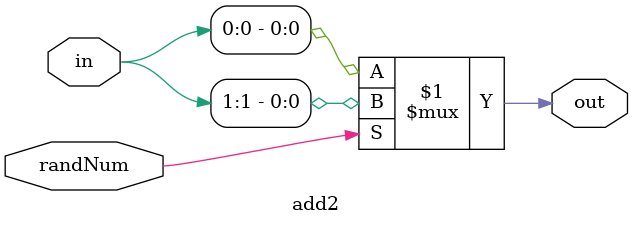
<source format=sv>
module add2 (
    input randNum,
    input [1:0] in,
    output out
);

    assign out = randNum ? in[1] : in[0];

endmodule

</source>
